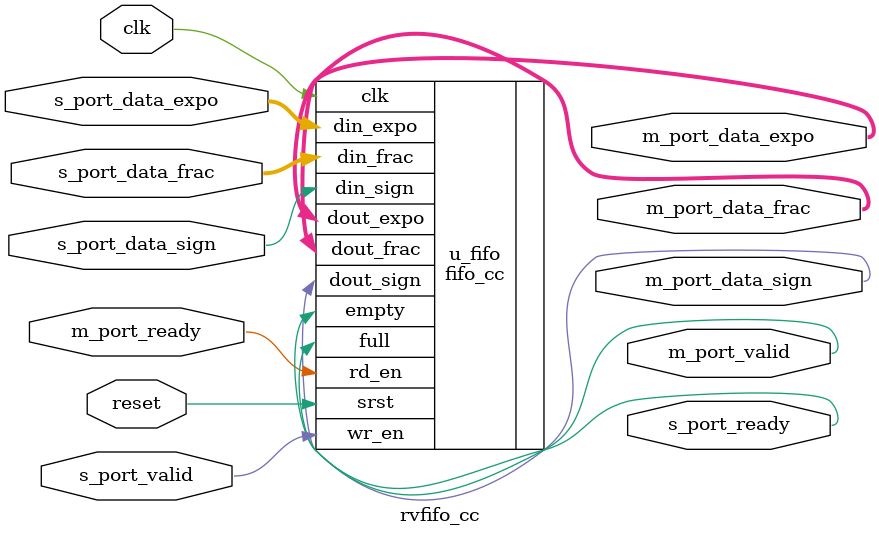
<source format=sv>
module rvfifo_cc #(
  parameter depth = 2,
  parameter E = 0,
  parameter F = 0
) (
  input clk,
  input reset,
  // sc_rvd_in
  // sc_stream_in s_port
  input  logic[F-1:0] s_port_data_frac,
  input  logic[E-1:0] s_port_data_expo,
  input  logic        s_port_data_sign,
  input  logic              s_port_valid,
  output logic              s_port_ready,

  // sc_rvd_out
  // sc_stream_out m_port
  output  logic[F-1:0] m_port_data_frac,
  output  logic[E-1:0] m_port_data_expo,
  output  logic        m_port_data_sign,
  output  logic              m_port_valid,
  input   logic              m_port_ready
);
  fifo_cc#(depth, E, F, 16, 1, 0, 0) u_fifo(
    .clk(clk),
    .srst(reset),

    .din_frac  (s_port_data_frac),
    .din_expo  (s_port_data_expo),
    .din_sign  (s_port_data_sign),
    .wr_en(s_port_valid),
    .full (s_port_ready),

    .dout_frac (m_port_data_frac),
    .dout_expo (m_port_data_expo),
    .dout_sign (m_port_data_sign),
    .rd_en(m_port_ready),
    .empty(m_port_valid)
  );
  
endmodule

</source>
